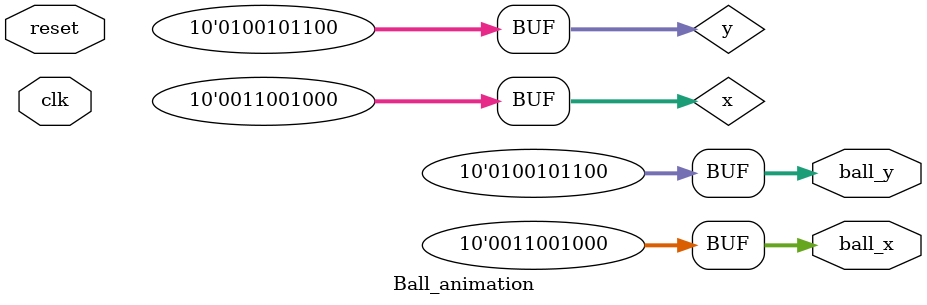
<source format=v>
`timescale 1ns / 1ps
module Ball_animation(
	 input reset,
    input clk,
	 output reg[9:0] ball_x,
	 output reg[9:0] ball_y
    );
reg[9:0] x=200;
reg[9:0] y=300;
reg ytopflag;
reg xleftflag;

always@( clk)begin
ball_x=x;
ball_y=y;
end
endmodule

</source>
